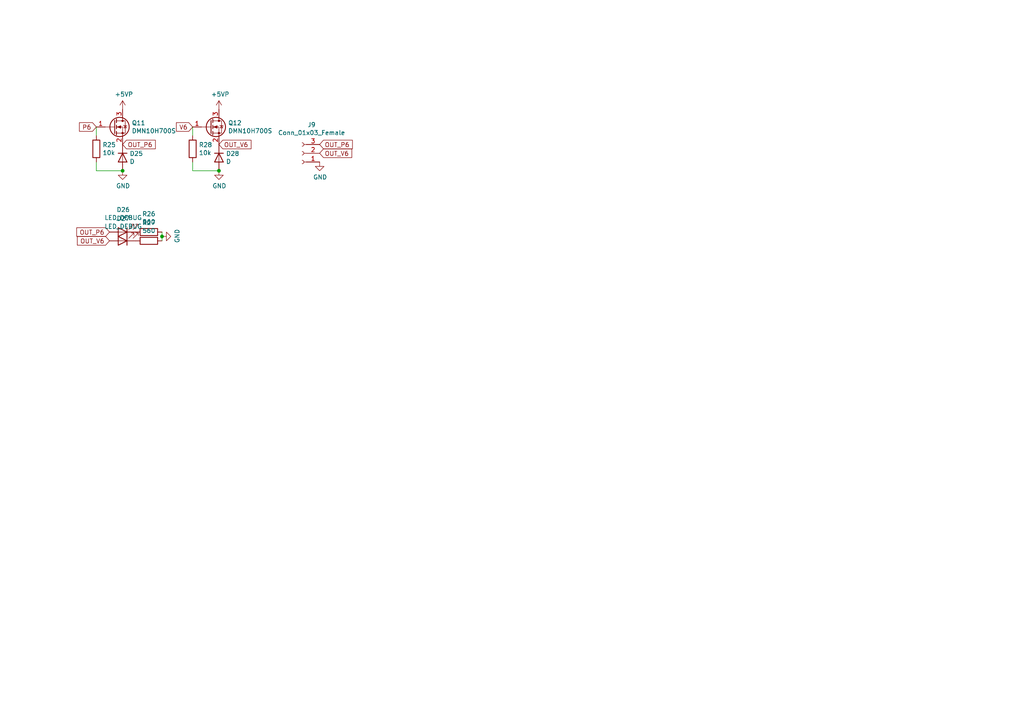
<source format=kicad_sch>
(kicad_sch (version 20211123) (generator eeschema)
  (paper "A4")
  (lib_symbols
    (symbol "Connector:Conn_01x03_Female" (pin_names (offset 1.016) hide)
      (property "Reference" "J" (at 0 5.08 0))
      (property "Value" "Conn_01x03_Female" (at 0 -5.08 0))
      (symbol "Conn_01x03_Female_1_1"
        (arc (start 0 -2.032) (mid -0.508 -2.54) (end 0 -3.048) (stroke (width 0.1524)))
        (polyline (pts (xy -1.27 -2.54) (xy -0.508 -2.54)) (stroke (width 0.1524)))
        (polyline (pts (xy -1.27 0) (xy -0.508 0)) (stroke (width 0.1524)))
        (polyline (pts (xy -1.27 2.54) (xy -0.508 2.54)) (stroke (width 0.1524)))
        (arc (start 0 0.508) (mid -0.508 0) (end 0 -0.508) (stroke (width 0.1524)))
        (arc (start 0 3.048) (mid -0.508 2.54) (end 0 2.032) (stroke (width 0.1524)))
        (pin passive line (at -5.08 2.54 0) (length 3.81) (name "Pin_1") (number "1"))
        (pin passive line (at -5.08 0 0) (length 3.81) (name "Pin_2") (number "2"))
        (pin passive line (at -5.08 -2.54 0) (length 3.81) (name "Pin_3") (number "3"))
      )
    )
    (symbol "Device:D" (pin_numbers hide) (pin_names (offset 1.016) hide)
      (property "Reference" "D" (at 0 2.54 0))
      (property "Value" "D" (at 0 -2.54 0))
      (symbol "D_0_1"
        (polyline (pts (xy -1.27 1.27) (xy -1.27 -1.27)) (stroke (width 0.254)))
        (polyline (pts (xy 1.27 0) (xy -1.27 0)))
        (polyline (pts (xy 1.27 1.27) (xy 1.27 -1.27) (xy -1.27 0) (xy 1.27 1.27)) (stroke (width 0.254)))
      )
      (symbol "D_1_1"
        (pin passive line (at -3.81 0 0) (length 2.54) (name "K") (number "1"))
        (pin passive line (at 3.81 0 180) (length 2.54) (name "A") (number "2"))
      )
    )
    (symbol "Device:LED" (pin_numbers hide) (pin_names (offset 1.016) hide)
      (property "Reference" "D" (at 0 2.54 0))
      (property "Value" "LED" (at 0 -2.54 0))
      (symbol "LED_0_1"
        (polyline (pts (xy -1.27 -1.27) (xy -1.27 1.27)) (stroke (width 0.254)))
        (polyline (pts (xy -1.27 0) (xy 1.27 0)))
        (polyline (pts (xy 1.27 -1.27) (xy 1.27 1.27) (xy -1.27 0) (xy 1.27 -1.27)) (stroke (width 0.254)))
        (polyline (pts (xy -3.048 -0.762) (xy -4.572 -2.286) (xy -3.81 -2.286) (xy -4.572 -2.286) (xy -4.572 -1.524)))
        (polyline (pts (xy -1.778 -0.762) (xy -3.302 -2.286) (xy -2.54 -2.286) (xy -3.302 -2.286) (xy -3.302 -1.524)))
      )
      (symbol "LED_1_1"
        (pin passive line (at -3.81 0 0) (length 2.54) (name "K") (number "1"))
        (pin passive line (at 3.81 0 180) (length 2.54) (name "A") (number "2"))
      )
    )
    (symbol "Device:R" (pin_numbers hide) (pin_names (offset 0))
      (property "Reference" "R" (at 2.032 0 90))
      (property "Value" "R" (at 0 0 90))
      (symbol "R_0_1"
        (rectangle (start -1.016 -2.54) (end 1.016 2.54) (stroke (width 0.254)))
      )
      (symbol "R_1_1"
        (pin passive line (at 0 3.81 270) (length 1.27) (name "~") (number "1"))
        (pin passive line (at 0 -3.81 90) (length 1.27) (name "~") (number "2"))
      )
    )
    (symbol "Transistor_FET:DMN10H700S" (pin_names hide)
      (property "Reference" "Q" (at 5.08 1.905 0))
      (property "Value" "DMN10H700S" (at 5.08 0 0))
      (symbol "DMN10H700S_0_1"
        (polyline (pts (xy 0.254 0) (xy -2.54 0)))
        (polyline (pts (xy 0.254 1.905) (xy 0.254 -1.905)) (stroke (width 0.254)))
        (polyline (pts (xy 0.762 -1.27) (xy 0.762 -2.286)) (stroke (width 0.254)))
        (polyline (pts (xy 0.762 0.508) (xy 0.762 -0.508)) (stroke (width 0.254)))
        (polyline (pts (xy 0.762 2.286) (xy 0.762 1.27)) (stroke (width 0.254)))
        (polyline (pts (xy 2.54 2.54) (xy 2.54 1.778)))
        (polyline (pts (xy 2.54 -2.54) (xy 2.54 0) (xy 0.762 0)))
        (polyline (pts (xy 0.762 -1.778) (xy 3.302 -1.778) (xy 3.302 1.778) (xy 0.762 1.778)))
        (polyline (pts (xy 1.016 0) (xy 2.032 0.381) (xy 2.032 -0.381) (xy 1.016 0)) (fill (type outline)))
        (polyline (pts (xy 2.794 0.508) (xy 2.921 0.381) (xy 3.683 0.381) (xy 3.81 0.254)))
        (polyline (pts (xy 3.302 0.381) (xy 2.921 -0.254) (xy 3.683 -0.254) (xy 3.302 0.381)))
        (circle (center 1.651 0) (radius 2.794) (stroke (width 0.254)))
        (circle (center 2.54 -1.778) (radius 0.254) (fill (type outline)))
        (circle (center 2.54 1.778) (radius 0.254) (fill (type outline)))
      )
      (symbol "DMN10H700S_1_1"
        (pin input line (at -5.08 0 0) (length 2.54) (name "G") (number "1"))
        (pin passive line (at 2.54 -5.08 90) (length 2.54) (name "S") (number "2"))
        (pin passive line (at 2.54 5.08 270) (length 2.54) (name "D") (number "3"))
      )
    )
    (symbol "power:+5VP" (power) (pin_names (offset 0))
      (property "Value" "+5VP" (at 0 3.556 0))
      (symbol "+5VP_0_1"
        (polyline (pts (xy -0.762 1.27) (xy 0 2.54)))
        (polyline (pts (xy 0 0) (xy 0 2.54)))
        (polyline (pts (xy 0 2.54) (xy 0.762 1.27)))
      )
      (symbol "+5VP_1_1"
        (pin power_in line (at 0 0 90) (length 0) hide (name "+5VP") (number "1"))
      )
    )
    (symbol "power:GND" (power) (pin_names (offset 0))
      (property "Value" "GND" (at 0 -3.81 0))
      (symbol "GND_0_1"
        (polyline (pts (xy 0 0) (xy 0 -1.27) (xy 1.27 -1.27) (xy 0 -2.54) (xy -1.27 -1.27) (xy 0 -1.27)))
      )
      (symbol "GND_1_1"
        (pin power_in line (at 0 0 270) (length 0) hide (name "GND") (number "1"))
      )
    )
  )
  (junction (at 63.5 49.53))
  (junction (at 35.56 49.53))
  (junction (at 46.99 68.58))
  (wire (pts (xy 46.99 67.31) (xy 46.99 68.58)))
  (wire (pts (xy 27.94 39.37) (xy 27.94 36.83)))
  (wire (pts (xy 55.88 46.99) (xy 55.88 49.53)))
  (wire (pts (xy 27.94 49.53) (xy 35.56 49.53)))
  (wire (pts (xy 55.88 49.53) (xy 63.5 49.53)))
  (wire (pts (xy 27.94 46.99) (xy 27.94 49.53)))
  (wire (pts (xy 55.88 39.37) (xy 55.88 36.83)))
  (wire (pts (xy 46.99 68.58) (xy 46.99 69.85)))
  (global_label "V6" (shape input) (at 55.88 36.83 180) (property "Intersheet References" "${INTERSHEET_REFS}" (effects hide)))
  (global_label "OUT_V6" (shape input) (at 31.75 69.85 180) (property "Intersheet References" "${INTERSHEET_REFS}" (effects hide)))
  (global_label "OUT_P6" (shape input) (at 31.75 67.31 180) (property "Intersheet References" "${INTERSHEET_REFS}" (effects hide)))
  (global_label "OUT_P6" (shape input) (at 92.71 41.91 0) (property "Intersheet References" "${INTERSHEET_REFS}" (effects hide)))
  (global_label "P6" (shape input) (at 27.94 36.83 180) (property "Intersheet References" "${INTERSHEET_REFS}" (effects hide)))
  (global_label "OUT_P6" (shape input) (at 35.56 41.91 0) (property "Intersheet References" "${INTERSHEET_REFS}" (effects hide)))
  (global_label "OUT_V6" (shape input) (at 63.5 41.91 0) (property "Intersheet References" "${INTERSHEET_REFS}" (effects hide)))
  (global_label "OUT_V6" (shape input) (at 92.71 44.45 0) (property "Intersheet References" "${INTERSHEET_REFS}" (effects hide)))
  (symbol (lib_id "power:GND") (at 35.56 49.53 0)
    (property "Reference" "#PWR052" (effects hide))
    (property "Value" "GND" (at 35.687 53.9242 0))
  )
  (symbol (lib_id "Device:R") (at 27.94 43.18 180)
    (property "Reference" "R25" (at 29.718 42.0116 0) (effects (justify right)))
    (property "Value" "10k" (at 29.718 44.323 0) (effects (justify right)))
    (property "Footprint" "Resistor_SMD:R_0805_2012Metric_Pad1.20x1.40mm_HandSolder" (effects hide))
  )
  (symbol (lib_id "Transistor_FET:DMN10H700S") (at 60.96 36.83 0)
    (property "Reference" "Q12" (at 66.1416 35.6616 0) (effects (justify left)))
    (property "Value" "DMN10H700S" (at 66.1416 37.973 0) (effects (justify left)))
    (property "Footprint" "Package_TO_SOT_SMD:SOT-23" (effects hide))
    (property "Datasheet" "http://www.diodes.com/assets/Datasheets/DMN10H700S.pdf" (effects hide))
  )
  (symbol (lib_id "Device:R") (at 55.88 43.18 180)
    (property "Reference" "R28" (at 57.658 42.0116 0) (effects (justify right)))
    (property "Value" "10k" (at 57.658 44.323 0) (effects (justify right)))
    (property "Footprint" "Resistor_SMD:R_0805_2012Metric_Pad1.20x1.40mm_HandSolder" (effects hide))
  )
  (symbol (lib_id "power:+5VP") (at 63.5 31.75 0)
    (property "Reference" "#PWR056" (effects hide))
    (property "Value" "+5VP" (at 63.881 27.3558 0))
  )
  (symbol (lib_id "Device:D") (at 63.5 45.72 270)
    (property "Reference" "D28" (at 65.532 44.5516 90) (effects (justify left)))
    (property "Value" "D" (at 65.532 46.863 90) (effects (justify left)))
    (property "Footprint" "Diode_SMD:D_SOD-123" (effects hide))
  )
  (symbol (lib_id "Connector:Conn_01x03_Female") (at 87.63 44.45 180)
    (property "Reference" "J9" (at 90.3732 36.195 0))
    (property "Value" "Conn_01x03_Female" (at 90.3732 38.5064 0))
    (property "Footprint" "AREA_lib_Connector:Wuerth_2.54mm_3pins_61900311121" (effects hide))
  )
  (symbol (lib_id "power:GND") (at 92.71 46.99 0)
    (property "Reference" "#PWR058" (effects hide))
    (property "Value" "GND" (at 92.837 51.3842 0))
  )
  (symbol (lib_id "power:+5VP") (at 35.56 31.75 0)
    (property "Reference" "#PWR051" (effects hide))
    (property "Value" "+5VP" (at 35.941 27.3558 0))
  )
  (symbol (lib_id "Device:D") (at 35.56 45.72 270)
    (property "Reference" "D25" (at 37.592 44.5516 90) (effects (justify left)))
    (property "Value" "D" (at 37.592 46.863 90) (effects (justify left)))
    (property "Footprint" "Diode_SMD:D_SOD-123" (effects hide))
  )
  (symbol (lib_id "power:GND") (at 46.99 68.58 90)
    (property "Reference" "#PWR053" (effects hide))
    (property "Value" "GND" (at 51.3842 68.453 0))
  )
  (symbol (lib_id "Device:LED") (at 35.56 67.31 180)
    (property "Reference" "D26" (at 35.7378 60.833 0))
    (property "Value" "LED_DEBUG" (at 35.7378 63.1444 0))
    (property "Footprint" "LED_SMD:LED_0805_2012Metric_Pad1.15x1.40mm_HandSolder" (effects hide))
  )
  (symbol (lib_id "Transistor_FET:DMN10H700S") (at 33.02 36.83 0)
    (property "Reference" "Q11" (at 38.2016 35.6616 0) (effects (justify left)))
    (property "Value" "DMN10H700S" (at 38.2016 37.973 0) (effects (justify left)))
    (property "Footprint" "Package_TO_SOT_SMD:SOT-23" (effects hide))
    (property "Datasheet" "http://www.diodes.com/assets/Datasheets/DMN10H700S.pdf" (effects hide))
  )
  (symbol (lib_id "power:GND") (at 63.5 49.53 0)
    (property "Reference" "#PWR057" (effects hide))
    (property "Value" "GND" (at 63.627 53.9242 0))
  )
  (symbol (lib_id "Device:R") (at 43.18 69.85 270)
    (property "Reference" "R27" (at 43.18 64.5922 90))
    (property "Value" "560" (at 43.18 66.9036 90))
    (property "Footprint" "Resistor_SMD:R_0805_2012Metric_Pad1.20x1.40mm_HandSolder" (effects hide))
  )
  (symbol (lib_id "Device:LED") (at 35.56 69.85 180)
    (property "Reference" "D27" (at 35.7378 63.373 0))
    (property "Value" "LED_DEBUG" (at 35.7378 65.6844 0))
    (property "Footprint" "LED_SMD:LED_0805_2012Metric_Pad1.15x1.40mm_HandSolder" (effects hide))
  )
  (symbol (lib_id "Device:R") (at 43.18 67.31 270)
    (property "Reference" "R26" (at 43.18 62.0522 90))
    (property "Value" "560" (at 43.18 64.3636 90))
    (property "Footprint" "Resistor_SMD:R_0805_2012Metric_Pad1.20x1.40mm_HandSolder" (effects hide))
  )
)
</source>
